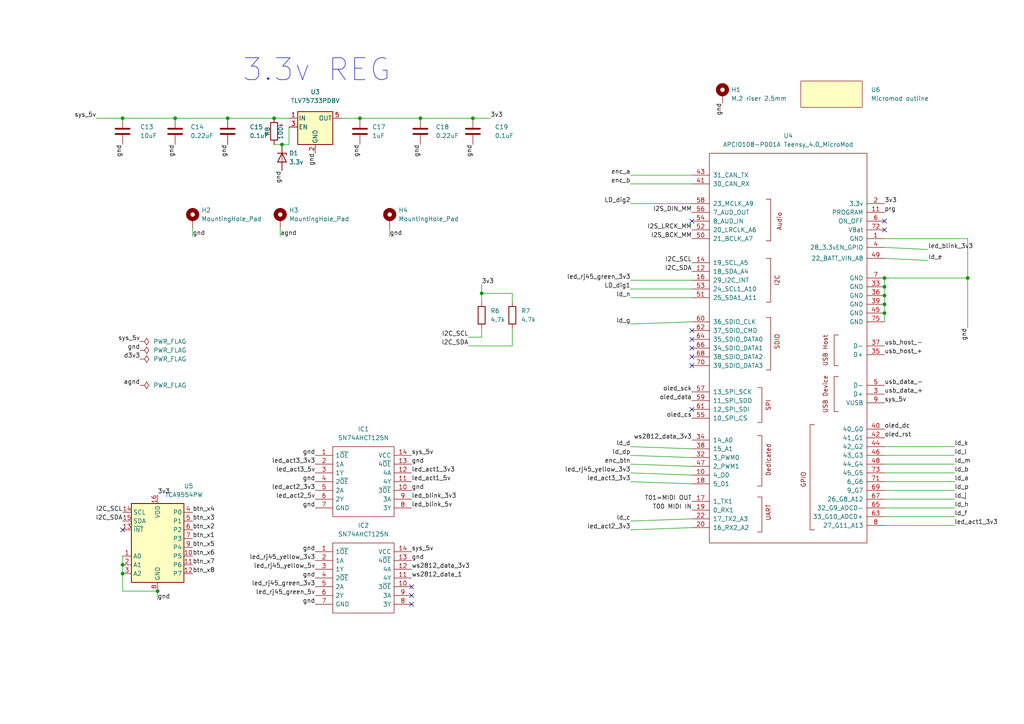
<source format=kicad_sch>
(kicad_sch (version 20211123) (generator eeschema)
  (paper "A4")
  (junction (at -33.02 82.55))
  (junction (at -76.2 153.67))
  (junction (at 81.788 41.91))
  (junction (at -21.59 90.17))
  (junction (at 104.394 34.29))
  (junction (at -30.48 25.4))
  (junction (at -30.48 57.15))
  (junction (at 79.502 34.29))
  (junction (at 139.7 85.09))
  (junction (at 121.92 34.29))
  (junction (at -100.33 25.4))
  (junction (at 35.56 34.29))
  (junction (at 256.54 88.265))
  (junction (at -48.26 25.4))
  (junction (at -86.36 74.93))
  (junction (at -21.59 82.55))
  (junction (at 50.8 34.29))
  (junction (at -93.98 25.4))
  (junction (at 256.54 85.725))
  (junction (at -33.02 74.93))
  (junction (at 35.56 166.37))
  (junction (at 256.54 90.805))
  (junction (at 280.67 80.645))
  (junction (at 137.16 34.29))
  (junction (at -69.85 161.29))
  (junction (at -109.22 156.21))
  (junction (at -109.22 163.83))
  (junction (at -86.36 69.85))
  (junction (at 256.54 83.185))
  (junction (at -36.83 54.61))
  (junction (at 45.72 171.45))
  (junction (at 35.56 163.83))
  (junction (at 66.04 34.29))
  (junction (at 256.54 80.645))
  (junction (at -25.4 25.4))
  (no_connect (at 256.54 64.135))
  (no_connect (at 256.54 66.675))
  (no_connect (at 200.66 64.135))
  (no_connect (at 119.38 170.18))
  (no_connect (at 200.66 106.045))
  (no_connect (at 200.66 103.505))
  (no_connect (at -81.28 156.21))
  (no_connect (at 200.66 100.965))
  (no_connect (at 119.38 172.72))
  (no_connect (at 200.66 95.885))
  (no_connect (at 200.66 118.745))
  (no_connect (at -77.47 62.23))
  (no_connect (at 119.38 175.26))
  (no_connect (at 200.66 98.425))
  (no_connect (at 35.56 153.67))
  (wire (pts (xy 121.92 34.29) (xy 104.394 34.29)))
  (wire (pts (xy -48.26 91.44) (xy -48.26 85.09)))
  (wire (pts (xy -48.26 25.4) (xy -48.26 27.94)))
  (wire (pts (xy 229.87 247.65) (xy 233.68 247.65)))
  (wire (pts (xy 182.88 59.055) (xy 200.66 59.055)))
  (wire (pts (xy -109.22 163.83) (xy -98.425 163.83)))
  (wire (pts (xy -30.48 57.15) (xy -30.48 59.69)))
  (wire (pts (xy 182.88 50.8) (xy 200.66 50.8)))
  (wire (pts (xy 229.87 234.95) (xy 233.68 234.95)))
  (wire (pts (xy -81.28 163.83) (xy -78.74 163.83)))
  (wire (pts (xy -33.02 90.17) (xy -21.59 90.17)))
  (wire (pts (xy 79.502 34.29) (xy 83.82 34.29)))
  (wire (pts (xy -81.28 161.29) (xy -69.85 161.29)))
  (wire (pts (xy 35.56 171.45) (xy 45.72 171.45)))
  (wire (pts (xy 276.86 144.78) (xy 256.54 144.78)))
  (wire (pts (xy 182.88 53.34) (xy 200.66 53.34)))
  (wire (pts (xy 229.87 242.57) (xy 233.68 242.57)))
  (wire (pts (xy 35.56 163.83) (xy 35.56 166.37)))
  (wire (pts (xy 81.28 68.58) (xy 81.28 66.04)))
  (wire (pts (xy -67.31 91.44) (xy -48.26 91.44)))
  (wire (pts (xy 256.54 85.725) (xy 256.54 88.265)))
  (wire (pts (xy 229.87 245.11) (xy 233.68 245.11)))
  (wire (pts (xy 182.88 137.16) (xy 200.66 137.795)))
  (wire (pts (xy 276.86 137.16) (xy 256.54 137.16)))
  (wire (pts (xy 113.03 68.58) (xy 113.03 66.04)))
  (wire (pts (xy -21.59 82.55) (xy -33.02 82.55)))
  (wire (pts (xy -109.22 156.21) (xy -96.52 156.21)))
  (wire (pts (xy 256.54 80.645) (xy 280.67 80.645)))
  (wire (pts (xy -52.07 69.85) (xy -48.26 69.85)))
  (wire (pts (xy 182.88 83.82) (xy 200.66 83.82)))
  (wire (pts (xy -36.83 54.61) (xy -36.83 59.69)))
  (wire (pts (xy -69.85 161.29) (xy -67.945 161.29)))
  (wire (pts (xy -98.425 163.83) (xy -98.425 161.29)))
  (wire (pts (xy -52.07 74.93) (xy -33.02 74.93)))
  (wire (pts (xy 276.86 152.4) (xy 256.54 152.4)))
  (wire (pts (xy -76.2 153.67) (xy -67.31 153.67)))
  (wire (pts (xy 50.8 34.29) (xy 66.04 34.29)))
  (wire (pts (xy -81.28 153.67) (xy -76.2 153.67)))
  (wire (pts (xy 294.64 232.41) (xy 317.5 232.41)))
  (wire (pts (xy 182.88 86.36) (xy 200.66 86.36)))
  (wire (pts (xy 302.26 247.65) (xy 294.64 247.65)))
  (wire (pts (xy -33.02 25.4) (xy -30.48 25.4)))
  (wire (pts (xy 104.394 34.29) (xy 99.06 34.29)))
  (wire (pts (xy 229.87 237.49) (xy 233.68 237.49)))
  (wire (pts (xy 137.16 34.29) (xy 121.92 34.29)))
  (wire (pts (xy 148.59 85.09) (xy 139.7 85.09)))
  (wire (pts (xy 182.88 129.54) (xy 200.66 130.175)))
  (wire (pts (xy 276.86 139.7) (xy 256.54 139.7)))
  (wire (pts (xy 148.59 100.33) (xy 148.59 95.25)))
  (wire (pts (xy -44.45 54.61) (xy -36.83 54.61)))
  (wire (pts (xy -36.83 54.61) (xy -36.83 52.07)))
  (wire (pts (xy -100.33 25.4) (xy -93.98 25.4)))
  (wire (pts (xy -83.82 54.61) (xy -77.47 54.61)))
  (wire (pts (xy -86.36 67.31) (xy -77.47 67.31)))
  (wire (pts (xy 276.86 132.08) (xy 256.54 132.08)))
  (wire (pts (xy 276.86 147.32) (xy 256.54 147.32)))
  (wire (pts (xy -86.36 74.93) (xy -77.47 74.93)))
  (wire (pts (xy -86.36 69.85) (xy -86.36 74.93)))
  (wire (pts (xy 276.86 129.54) (xy 256.54 129.54)))
  (wire (pts (xy 83.82 41.91) (xy 81.788 41.91)))
  (wire (pts (xy 148.59 87.63) (xy 148.59 85.09)))
  (wire (pts (xy 302.26 234.95) (xy 294.64 234.95)))
  (wire (pts (xy 45.72 173.99) (xy 45.72 171.45)))
  (wire (pts (xy -52.07 77.47) (xy -48.26 77.47)))
  (wire (pts (xy 135.89 97.79) (xy 139.7 97.79)))
  (wire (pts (xy 294.64 245.11) (xy 317.5 245.11)))
  (wire (pts (xy 276.86 142.24) (xy 256.54 142.24)))
  (wire (pts (xy 302.26 227.33) (xy 294.64 227.33)))
  (wire (pts (xy -120.65 163.83) (xy -109.22 163.83)))
  (wire (pts (xy 256.54 83.185) (xy 256.54 85.725)))
  (wire (pts (xy -30.48 57.15) (xy -25.4 57.15)))
  (wire (pts (xy 35.56 161.29) (xy 35.56 163.83)))
  (wire (pts (xy -98.425 161.29) (xy -96.52 161.29)))
  (wire (pts (xy 269.24 72.39) (xy 256.54 71.755)))
  (wire (pts (xy 256.54 90.805) (xy 256.54 93.345)))
  (wire (pts (xy -80.01 72.39) (xy -77.47 72.39)))
  (wire (pts (xy 302.26 229.87) (xy 294.64 229.87)))
  (wire (pts (xy 256.54 88.265) (xy 256.54 90.805)))
  (wire (pts (xy 302.26 237.49) (xy 294.64 237.49)))
  (wire (pts (xy -25.4 25.4) (xy -15.24 25.4)))
  (wire (pts (xy 276.86 134.62) (xy 256.54 134.62)))
  (wire (pts (xy -36.83 52.07) (xy -25.4 52.07)))
  (wire (pts (xy -86.36 69.85) (xy -77.47 69.85)))
  (wire (pts (xy 139.7 82.55) (xy 139.7 85.09)))
  (wire (pts (xy 182.88 81.28) (xy 200.66 81.28)))
  (wire (pts (xy 182.88 93.98) (xy 200.66 93.345)))
  (wire (pts (xy -113.03 156.21) (xy -109.22 156.21)))
  (wire (pts (xy 182.88 153.67) (xy 200.66 153.035)))
  (wire (pts (xy -39.37 82.55) (xy -33.02 82.55)))
  (wire (pts (xy -33.02 74.93) (xy -21.59 74.93)))
  (wire (pts (xy 135.89 100.33) (xy 148.59 100.33)))
  (wire (pts (xy 137.16 34.29) (xy 142.24 34.29)))
  (wire (pts (xy -67.31 82.55) (xy -67.31 91.44)))
  (wire (pts (xy -44.45 57.15) (xy -30.48 57.15)))
  (wire (pts (xy 302.26 242.57) (xy 294.64 242.57)))
  (wire (pts (xy -52.07 25.4) (xy -48.26 25.4)))
  (wire (pts (xy 229.87 240.03) (xy 233.68 240.03)))
  (wire (pts (xy 229.87 229.87) (xy 233.68 229.87)))
  (wire (pts (xy 256.54 80.645) (xy 256.54 83.185)))
  (wire (pts (xy 81.788 41.91) (xy 79.502 41.91)))
  (wire (pts (xy -83.82 59.69) (xy -77.47 59.69)))
  (wire (pts (xy -78.74 163.83) (xy -78.74 168.91)))
  (wire (pts (xy -10.16 90.17) (xy -21.59 90.17)))
  (wire (pts (xy 182.88 139.7) (xy 200.66 140.335)))
  (wire (pts (xy 229.87 227.33) (xy 233.68 227.33)))
  (wire (pts (xy 35.56 166.37) (xy 35.56 171.45)))
  (wire (pts (xy 256.54 69.215) (xy 280.67 69.215)))
  (wire (pts (xy 66.04 34.29) (xy 79.502 34.29)))
  (wire (pts (xy -83.82 57.15) (xy -77.47 57.15)))
  (wire (pts (xy -86.36 74.93) (xy -86.36 81.28)))
  (wire (pts (xy 280.67 80.645) (xy 280.67 95.123)))
  (wire (pts (xy 139.7 97.79) (xy 139.7 95.25)))
  (wire (pts (xy 182.88 132.08) (xy 200.66 132.715)))
  (wire (pts (xy 35.56 34.29) (xy 50.8 34.29)))
  (wire (pts (xy 139.7 85.09) (xy 139.7 87.63)))
  (wire (pts (xy 55.88 68.58) (xy 55.88 66.04)))
  (wire (pts (xy -104.14 25.4) (xy -100.33 25.4)))
  (wire (pts (xy 280.67 69.215) (xy 280.67 80.645)))
  (wire (pts (xy 27.94 34.29) (xy 35.56 34.29)))
  (wire (pts (xy -30.48 25.4) (xy -25.4 25.4)))
  (wire (pts (xy 83.82 36.83) (xy 83.82 41.91)))
  (wire (pts (xy 302.26 240.03) (xy 294.64 240.03)))
  (wire (pts (xy 269.24 75.565) (xy 256.54 74.93)))
  (wire (pts (xy 182.88 134.62) (xy 200.66 135.255)))
  (wire (pts (xy 182.88 151.13) (xy 200.66 150.495)))
  (wire (pts (xy -52.07 62.23) (xy -48.26 62.23)))
  (wire (pts (xy -86.36 67.31) (xy -86.36 69.85)))
  (wire (pts (xy 276.86 149.86) (xy 256.54 149.86)))
  (text "power nets:\n- gnd\n- 3v3\n- sys_5v\n- usb_5v\n\n- agnd\n- a3v3" (at -59.69 262.89 0) (effects (font (size 4 4)) (justify left bottom)))
  (text "led+midi" (at 82.55 233.68 0) (effects (font (size 5 5)) (justify left bottom)))
  (text "MAIN TOP\n\nadd test points\ndouble-check" (at -2.54 -10.16 0) (effects (font (size 5 5) (thickness 1) bold) (justify left bottom)))
  (text "oled" (at 6.35 233.68 0) (effects (font (size 5 5)) (justify left bottom)))
  (text "pwr+usb" (at 38.1 233.68 0) (effects (font (size 5 5)) (justify left bottom)))
  (text "ws2812b flow:\n\nteensy3v3 > 125n >_1-> onboard leds >_2>tobottom" (at 62.23 280.67 0) (effects (font (size 1.27 1.27)) (justify left bottom)))
  (text "MIDI IN" (at -111.76 146.05 0) (effects (font (size 5.08 5.08)) (justify left bottom)))
  (text "audio" (at 173.99 229.87 0) (effects (font (size 5 5)) (justify left bottom)))
  (text "to bottom" (at 71.12 219.71 0) (effects (font (size 5 5)) (justify left bottom)))
  (text "MIDI OUT" (at -41.91 153.035 0) (effects (font (size 5.08 5.08)) (justify left bottom)))
  (text "3.3v REG" (at 70.104 24.13 0) (effects (font (size 6.35 6.35)) (justify left bottom)))
  (text "DAC - PCM5102A" (at -109.22 12.7 0) (effects (font (size 6.35 6.35)) (justify left bottom)))
  (text "GND DIN pin is NC" (at -127 171.45 0) (effects (font (size 2 2)) (justify left bottom)))
  (text "buttons" (at 128.27 224.79 0) (effects (font (size 5 5)) (justify left bottom)))
  (label "led_rj45_green_5v" (at 91.44 172.72 180))
  (label "I2S_LRCK_MM" (at -91.44 54.61 180))
  (label "ld_c" (at 182.88 151.13 180))
  (label "led_rj45_yellow_3v3" (at 91.44 162.56 180))
  (label "3v3" (at 256.54 59.055 0))
  (label "ld_f" (at 309.88 227.33 0))
  (label "gnd" (at 11.43 237.49 180))
  (label "ld_g" (at 309.88 229.87 0))
  (label "oled_rst" (at 256.54 127 0))
  (label "enc_btn" (at 138.43 251.46 180))
  (label "gnd" (at 40.64 101.6 180))
  (label "gnd" (at 119.38 142.24 0))
  (label "I2C_SCL" (at 200.66 76.2 180))
  (label "gnd" (at 81.788 49.53 270))
  (label "ld_d" (at 222.25 242.57 180))
  (label "gnd" (at 91.44 132.08 180))
  (label "agnd" (at 176.53 233.68 180))
  (label "midi_out_ring" (at 92.71 262.89 180))
  (label "btn_x1" (at 55.88 156.21 0))
  (label "sys_5v" (at 54.61 241.3 180))
  (label "btn_x3" (at 138.43 236.22 180))
  (label "led_rj45_green_3v3" (at 182.88 81.28 180))
  (label "ld_l" (at 276.86 132.08 0))
  (label "gnd" (at 280.67 95.123 270))
  (label "led_act3_3v3" (at 182.88 139.7 180))
  (label "usb_host_+" (at 54.61 254 180))
  (label "led_act1_3v3" (at 276.8263 152.4 0))
  (label "btn_x7" (at 138.43 246.38 180))
  (label "I2C_SDA" (at 135.89 100.33 180))
  (label "gnd" (at -100.33 33.02 270))
  (label "ld_b" (at 309.88 247.65 0))
  (label "sys_5v" (at 119.38 132.08 0))
  (label "gnd" (at -86.36 81.28 270))
  (label "3v3" (at 139.7 82.55 0))
  (label "gnd" (at 91.44 44.45 270))
  (label "btn_x6" (at 55.88 161.29 0))
  (label "led_act1_3v3" (at 119.38 137.16 0))
  (label "ld_k" (at 276.86 129.54 0))
  (label "3v3" (at 11.43 240.03 180))
  (label "d3v3" (at 40.64 104.14 180))
  (label "ld_dp" (at 222.25 245.11 180))
  (label "btn_x5" (at 138.43 241.3 180))
  (label "led_act3_3v3" (at 91.44 134.62 180))
  (label "agnd" (at 81.28 68.58 0))
  (label "led_blink_5v" (at 119.38 147.32 0))
  (label "ld_d" (at 182.88 129.54 180))
  (label "midi_out_tip" (at -33.02 166.37 180))
  (label "ld_j" (at 309.88 237.49 0))
  (label "usb_data_+" (at 256.54 114.3 0))
  (label "usb_host_-" (at 54.61 256.54 180))
  (label "gnd" (at 209.55 29.845 270))
  (label "T01=MIDI OUT" (at 200.66 145.415 180))
  (label "T01=MIDI OUT" (at -25.4 166.37 0))
  (label "gnd" (at 91.44 175.26 180))
  (label "aleft" (at 176.53 236.22 180))
  (label "ld_a" (at 309.88 242.57 0))
  (label "d3v3" (at -52.07 25.4 180))
  (label "led_blink_3v3" (at 269.24 72.39 0))
  (label "prg" (at 54.61 238.76 180))
  (label "ld_b" (at 276.86 137.16 0))
  (label "ld_f" (at 276.86 149.86 0))
  (label "led_act3_5v" (at 92.71 247.65 180))
  (label "midi_in_tip" (at 92.71 260.35 180))
  (label "I2S_LRCK_MM" (at 200.66 66.675 180))
  (label "oled_data" (at 11.43 245.11 180))
  (label "gnd" (at 119.38 134.62 0))
  (label "d3v3" (at -64.77 49.53 90))
  (label "btn_x4" (at 138.43 238.76 180))
  (label "ld_p" (at 276.86 142.24 0))
  (label "d3v3" (at -10.16 90.17 0))
  (label "3v3" (at -104.14 25.4 180))
  (label "prg" (at 256.54 61.595 0))
  (label "3v3" (at -69.85 168.91 270))
  (label "ld_g" (at 182.88 93.98 180))
  (label "agnd" (at -25.4 33.02 270))
  (label "gnd" (at 104.394 41.91 270))
  (label "ld_n" (at 222.25 229.87 180))
  (label "led_blink_3v3" (at 119.38 144.78 0))
  (label "I2S_BCK_MM" (at -91.44 59.69 180))
  (label "btn_x1" (at 138.43 231.14 180))
  (label "a3v3" (at -67.31 49.53 90))
  (label "ld_dp" (at 182.88 132.08 180))
  (label "oled_dc" (at 11.43 250.19 180))
  (label "gnd" (at 92.71 237.49 180))
  (label "enc_btn" (at 182.88 134.62 180))
  (label "sys_5v" (at 256.54 116.84 0))
  (label "agnd" (at -62.23 82.55 270))
  (label "btn_x2" (at 55.88 153.67 0))
  (label "I2C_SDA" (at 200.66 78.74 180))
  (label "ld_m" (at 222.25 234.95 180))
  (label "ws2812_data_3v3" (at 119.38 165.1 0))
  (label "led_act1_5v" (at 119.38 139.7 0))
  (label "btn_x6" (at 138.43 243.84 180))
  (label "ws2812_data_1" (at 92.71 255.27 180))
  (label "gnd" (at 91.44 147.32 180))
  (label "midi_out_ring" (at -33.02 161.29 180))
  (label "d3v3" (at -88.9 25.4 0))
  (label "ld_j" (at 276.86 144.78 0))
  (label "sys_5v" (at 40.64 99.06 180))
  (label "I2S_DIN_MM" (at -91.44 57.15 180))
  (label "a3v3" (at -15.24 25.4 0))
  (label "gnd" (at -93.98 33.02 270))
  (label "3v3" (at -25.4 161.29 0))
  (label "gnd" (at 137.16 41.91 270))
  (label "3v3" (at 45.72 143.51 0))
  (label "I2C_SCL" (at 135.89 97.79 180))
  (label "led_act2_3v3" (at 182.88 153.67 180))
  (label "gnd" (at 35.56 41.91 270))
  (label "gnd" (at 113.03 68.58 0))
  (label "sys_5v" (at 27.94 34.29 180))
  (label "ld_a" (at 276.86 139.7 0))
  (label "ws2812_data_1" (at 119.38 167.64 0))
  (label "ld_m" (at 276.86 134.62 0))
  (label "btn_x8" (at 55.88 166.37 0))
  (label "agnd" (at -36.83 67.31 270))
  (label "midi_in_ring" (at -120.65 156.21 180))
  (label "LD_dig2" (at 182.88 59.055 180))
  (label "agnd" (at 40.64 111.76 180))
  (label "btn_x5" (at 55.88 158.75 0))
  (label "btn_x2" (at 138.43 233.68 180))
  (label "gnd" (at 138.43 228.6 180))
  (label "usb_5v" (at 54.61 251.46 180))
  (label "oled_sck" (at 200.66 113.665 180))
  (label "usb_data_-" (at 54.61 248.92 180))
  (label "agnd" (at -30.48 67.31 270))
  (label "gnd" (at -39.37 82.55 180))
  (label "sys_5v" (at 119.38 160.02 0))
  (label "ld_h" (at 309.88 234.95 0))
  (label "aleft" (at -25.4 52.07 0))
  (label "aright" (at -25.4 57.15 0))
  (label "midi_in_tip" (at -120.65 163.83 180))
  (label "oled_rst" (at 11.43 247.65 180))
  (label "led_rj45_yellow_5v" (at 91.44 165.1 180))
  (label "btn_x8" (at 138.43 248.92 180))
  (label "led_rj45_yellow_3v3" (at 182.88 137.16 180))
  (label "gnd" (at -76.2 158.75 270))
  (label "oled_data" (at 200.66 116.205 180))
  (label "T00 MIDI IN" (at -67.945 161.29 0))
  (label "enc_b" (at 182.88 53.34 180))
  (label "oled_cs" (at 200.66 121.285 180))
  (label "led_act2_5v" (at 91.44 144.78 180))
  (label "ld_h" (at 276.86 147.32 0))
  (label "usb_host_-" (at 256.54 100.33 0))
  (label "led_rj45_yellow_5v" (at 92.71 250.19 180))
  (label "usb_data_-" (at 256.54 111.76 0))
  (label "LD_dig2" (at 325.12 245.11 0))
  (label "gnd" (at 66.04 41.91 270))
  (label "enc_b" (at 138.43 256.54 180))
  (label "led_blink_5v" (at 92.71 240.03 180))
  (label "usb_data_+" (at 54.61 246.38 180))
  (label "gnd" (at 54.61 236.22 180))
  (label "I2S_BCK_MM" (at 200.66 69.215 180))
  (label "gnd" (at -64.77 82.55 270))
  (label "3v3" (at 142.24 34.29 0))
  (label "midi_out_tip" (at 92.71 265.43 180))
  (label "3v3" (at 54.61 243.84 180))
  (label "ws2812_data_3v3" (at 200.66 127.635 180))
  (label "LD_dig1" (at 182.88 83.82 180))
  (label "oled_cs" (at 11.43 252.73 180))
  (label "gnd" (at 91.44 160.02 180))
  (label "btn_x7" (at 55.88 163.83 0))
  (label "led_rj45_green_3v3" (at 91.44 170.18 180))
  (label "gnd" (at 121.92 41.91 270))
  (label "led_act1_5v" (at 92.71 242.57 180))
  (label "enc_a" (at 138.43 254 180))
  (label "I2C_SCL" (at 35.56 148.59 180))
  (label "T00 MIDI IN" (at 200.66 147.955 180))
  (label "led_rj45_green_5v" (at 92.71 252.73 180))
  (label "led_act2_3v3" (at 91.44 142.24 180))
  (label "ld_k" (at 222.25 240.03 180))
  (label "led_act3_5v" (at 91.44 137.16 180))
  (label "enc_a" (at 182.88 50.8 180))
  (label "LD_dig1" (at 325.12 232.41 0))
  (label "gnd" (at -78.74 168.91 270))
  (label "midi_in_ring" (at 92.71 257.81 180))
  (label "I2S_DIN_MM" (at 200.66 61.595 180))
  (label "gnd" (at 55.88 68.58 0))
  (label "btn_x3" (at 55.88 151.13 0))
  (label "aright" (at 176.53 238.76 180))
  (label "sys_5v" (at -67.31 153.67 0))
  (label "ld_n" (at 182.88 86.36 180))
  (label "oled_sck" (at 11.43 242.57 180))
  (label "d3v3" (at -80.01 72.39 180))
  (label "ld_p" (at 309.88 240.03 0))
  (label "usb_host_+" (at 256.54 102.87 0))
  (label "ld_e" (at 269.24 75.565 0))
  (label "gnd" (at 50.8 41.91 270))
  (label "led_act2_5v" (at 92.71 245.11 180))
  (label "btn_x4" (at 55.88 148.59 0))
  (label "agnd" (at -30.48 33.02 270))
  (label "ld_l" (at 222.25 237.49 180))
  (label "oled_dc" (at 256.54 124.46 0))
  (label "gnd" (at 45.72 173.99 0))
  (label "gnd" (at 91.44 167.64 180))
  (label "gnd" (at 119.38 162.56 0))
  (label "gnd" (at 91.44 139.7 180))
  (label "I2C_SDA" (at 35.56 151.13 180))
  (label "a3v3" (at -62.23 49.53 90))
  (label "ld_c" (at 222.25 247.65 180))
  (label "ld_e" (at 222.25 227.33 180))
  (label "gnd" (at -40.64 35.56 270))
  (symbol (lib_id "Device:R") (at 226.06 229.87 90) (unit 1)
    (property "Reference" "R49" (at 231.14 228.6 90))
    (property "Value" "220" (at 226.06 229.87 90))
    (property "Footprint" "Resistor_SMD:R_0805_2012Metric" (effects hide))
  )
  (symbol (lib_id "Teensy_4.0_MicroMod:Teensy_4.0_MicroMod") (at 228.6 81.915 0) (unit 1)
    (property "Reference" "U4" (at 228.6 39.37 0))
    (property "Value" "APCI0108-P001A Teensy_4.0_MicroMod" (at 228.6 41.91 0))
    (property "Footprint" "clarinoid2:APCI0108-P001A M.2 MicroMod 21992304" (effects hide))
    (property "LCSC part number" "C841659" (effects hide))
    (property "verif" "1" (effects hide))
    (property "LCSC" "C841659" (effects hide))
  )
  (symbol (lib_id "Device:C") (at 35.56 38.1 0) (unit 1)
    (property "Reference" "C13" (at 40.64 36.8299 0) (effects (justify left)))
    (property "Value" "10uF" (at 40.64 39.3699 0) (effects (justify left)))
    (property "Footprint" "Capacitor_SMD:C_0805_2012Metric" (effects hide))
    (property "LCSC part number" "C15850" (effects hide))
    (property "verif" "1" (effects hide))
    (property "LCSC" "C15850" (effects hide))
  )
  (symbol (lib_id "Device:R") (at -29.21 166.37 90) (unit 1)
    (property "Reference" "R13" (at -29.21 160.655 90))
    (property "Value" "47R" (at -29.21 163.195 90))
    (property "Footprint" "Resistor_SMD:R_1206_3216Metric" (effects hide))
    (property "LCSC part number" "C17969" (effects hide))
    (property "verif" "1" (effects hide))
    (property "LCSC" "C17969" (effects hide))
  )
  (symbol (lib_id "Device:C") (at 121.92 38.1 0) (unit 1)
    (property "Reference" "C18" (at 126.365 36.8299 0) (effects (justify left)))
    (property "Value" "0.22uF" (at 126.365 39.3699 0) (effects (justify left)))
    (property "Footprint" "Capacitor_SMD:C_0805_2012Metric" (effects hide))
    (property "LCSC part number" "C5378" (effects hide))
    (property "verif" "1" (effects hide))
    (property "LCSC" "C5378" (effects hide))
  )
  (symbol (lib_id "Device:R") (at 306.07 234.95 90) (unit 1)
    (property "Reference" "R59" (at 300.99 233.68 90))
    (property "Value" "220" (at 306.07 234.95 90))
    (property "Footprint" "Resistor_SMD:R_0805_2012Metric" (effects hide))
  )
  (symbol (lib_id "Device:R") (at 226.06 242.57 90) (unit 1)
    (property "Reference" "R53" (at 231.14 241.3 90))
    (property "Value" "220" (at 226.06 242.57 90))
    (property "Footprint" "Resistor_SMD:R_0805_2012Metric" (effects hide))
  )
  (symbol (lib_id "Device:R") (at -48.26 54.61 90) (unit 1)
    (property "Reference" "R4" (at -44.45 53.34 90))
    (property "Value" "470R" (at -48.26 54.61 90))
    (property "Footprint" "Resistor_SMD:R_1206_3216Metric" (effects hide))
    (property "LCSC part number" "C4502" (effects hide))
    (property "verif" "1" (effects hide))
    (property "LCSC" "C4502" (effects hide))
  )
  (symbol (lib_id "Device:C") (at -25.4 29.21 0) (unit 1)
    (property "Reference" "C12" (at -22.86 34.29 0) (effects (justify left)))
    (property "Value" "0.1uF" (at -20.32 30.4799 0) (effects (justify left)))
    (property "Footprint" "Capacitor_SMD:C_0805_2012Metric" (effects hide))
    (property "LCSC part number" "C49678" (effects hide))
    (property "verif" "1" (effects hide))
    (property "LCSC" "C49678" (effects hide))
  )
  (symbol (lib_id "Device:R") (at 306.07 240.03 90) (unit 1)
    (property "Reference" "R61" (at 300.99 238.76 90))
    (property "Value" "220" (at 306.07 240.03 90))
    (property "Footprint" "Resistor_SMD:R_0805_2012Metric" (effects hide))
  )
  (symbol (lib_id "Device:R") (at 306.07 227.33 270) (mirror x) (unit 1)
    (property "Reference" "R47" (at 311.15 226.06 90))
    (property "Value" "220" (at 306.07 227.33 90))
    (property "Footprint" "Resistor_SMD:R_0805_2012Metric" (effects hide))
  )
  (symbol (lib_id "Mechanical:MountingHole_Pad") (at 209.55 27.305 0) (unit 1)
    (property "Reference" "H1" (at 212.09 26.0349 0) (effects (justify left)))
    (property "Value" "M.2 riser 2.5mm" (at 212.09 28.5749 0) (effects (justify left)))
    (property "Footprint" "clarinoid2:Sinhoo SMTSO2530CTJ" (effects hide))
    (property "LCSC part number" "C2915630" (effects hide))
    (property "verif" "1" (effects hide))
    (property "LCSC" "C2915630" (effects hide))
  )
  (symbol (lib_id "Device:C") (at 66.04 38.1 0) (unit 1)
    (property "Reference" "C15" (at 72.39 36.8299 0) (effects (justify left)))
    (property "Value" "0.1uF" (at 72.39 39.3699 0) (effects (justify left)))
    (property "Footprint" "Capacitor_SMD:C_0805_2012Metric" (effects hide))
    (property "LCSC part number" "C49678" (effects hide))
    (property "verif" "1" (effects hide))
    (property "LCSC" "C49678" (effects hide))
  )
  (symbol (lib_id "Device:R") (at 148.59 91.44 180) (unit 1)
    (property "Reference" "R7" (at 151.13 90.1699 0) (effects (justify right)))
    (property "Value" "4.7k" (at 151.13 92.7099 0) (effects (justify right)))
    (property "Footprint" "Resistor_SMD:R_1206_3216Metric" (effects hide))
    (property "LCSC part number" "C17936" (effects hide))
    (property "verif" "1" (effects hide))
    (property "LCSC" "C17936" (effects hide))
  )
  (symbol (lib_id "Connector_Generic:Conn_01x12") (at 143.51 241.3 0) (unit 1)
    (property "Reference" "J4" (at 146.05 241.2999 0) (effects (justify left)))
    (property "Value" "Conn_01x12" (at 146.05 243.8399 0) (effects (justify left)))
    (property "Footprint" "Connector_PinHeader_2.54mm:PinHeader_1x12_P2.54mm_Vertical" (effects hide))
  )
  (symbol (lib_id "Device:C") (at -36.83 63.5 0) (unit 1)
    (property "Reference" "C5" (at -31.75 62.2299 0) (effects (justify left)))
    (property "Value" "2.2uF" (at -31.75 64.7699 0) (effects (justify left)))
    (property "Footprint" "Capacitor_SMD:C_0805_2012Metric" (effects hide))
    (property "LCSC part number" "C49217" (effects hide))
    (property "verif" "1" (effects hide))
    (property "LCSC" "C49217" (effects hide))
  )
  (symbol (lib_id "Connector_Generic:Conn_01x09") (at 59.69 246.38 0) (unit 1)
    (property "Reference" "J2" (at 62.23 245.1099 0) (effects (justify left)))
    (property "Value" "Conn_01x09" (at 62.23 247.6499 0) (effects (justify left)))
    (property "Footprint" "Connector_PinHeader_2.54mm:PinHeader_1x09_P2.54mm_Vertical" (effects hide))
  )
  (symbol (lib_id "Isolator:6N138") (at -88.9 158.75 0) (unit 1)
    (property "Reference" "U7" (at -88.9 146.685 0))
    (property "Value" "6N138" (at -88.9 149.225 0))
    (property "Footprint" "Package_DIP:DIP-8_W7.62mm" (effects hide))
    (property "Datasheet" "http://www.onsemi.com/pub/Collateral/HCPL2731-D.pdf" (effects hide))
    (property "LCSC part number" "C571211" (effects hide))
    (property "verif" "1" (effects hide))
    (property "LCSC" "C571211" (effects hide))
  )
  (symbol (lib_id "Device:C") (at -21.59 78.74 0) (unit 1)
    (property "Reference" "C9" (at -16.51 77.4699 0) (effects (justify left)))
    (property "Value" "0.1uF" (at -16.51 80.0099 0) (effects (justify left)))
    (property "Footprint" "Capacitor_SMD:C_0805_2012Metric" (effects hide))
    (property "LCSC part number" "C49678" (effects hide))
    (property "verif" "1" (effects hide))
    (property "LCSC" "C49678" (effects hide))
  )
  (symbol (lib_id "Interface_Expansion:TCA9554PW") (at 45.72 156.21 0) (unit 1)
    (property "Reference" "U5" (at 53.34 140.97 0) (effects (justify left)))
    (property "Value" "TCA9554PW" (at 47.7394 143.51 0) (effects (justify left)))
    (property "Footprint" "Package_SO:TSSOP-16_4.4x5mm_P0.65mm" (effects hide))
    (property "Datasheet" "http://www.ti.com/lit/ds/symlink/tca9554.pdf" (effects hide))
  )
  (symbol (lib_id "Device:R") (at 226.06 237.49 90) (unit 1)
    (property "Reference" "R51" (at 231.14 236.22 90))
    (property "Value" "220" (at 226.06 237.49 90))
    (property "Footprint" "Resistor_SMD:R_0805_2012Metric" (effects hide))
  )
  (symbol (lib_id "Device:R") (at 306.07 242.57 90) (unit 1)
    (property "Reference" "R62" (at 300.99 241.3 90))
    (property "Value" "220" (at 306.07 242.57 90))
    (property "Footprint" "Resistor_SMD:R_0805_2012Metric" (effects hide))
  )
  (symbol (lib_id "Device:C") (at -100.33 29.21 0) (unit 1)
    (property "Reference" "C1" (at -95.885 27.9399 0) (effects (justify left)))
    (property "Value" "10uF" (at -95.885 30.4799 0) (effects (justify left)))
    (property "Footprint" "Capacitor_SMD:C_0805_2012Metric" (effects hide))
    (property "LCSC part number" "C15850" (effects hide))
    (property "verif" "1" (effects hide))
    (property "LCSC" "C15850" (effects hide))
  )
  (symbol (lib_id "Device:C") (at -48.26 81.28 0) (unit 1)
    (property "Reference" "C4" (at -48.26 83.82 0) (effects (justify left)))
    (property "Value" "2.2uF" (at -48.26 86.36 0) (effects (justify left)))
    (property "Footprint" "Capacitor_SMD:C_0805_2012Metric" (effects hide))
    (property "LCSC part number" "C49217" (effects hide))
    (property "verif" "1" (effects hide))
    (property "LCSC" "C49217" (effects hide))
  )
  (symbol (lib_id "Device:R") (at 79.502 38.1 180) (unit 1)
    (property "Reference" "R8" (at 77.597 38.1 90))
    (property "Value" "100k" (at 81.407 38.1 90))
    (property "Footprint" "Resistor_SMD:R_1206_3216Metric" (effects hide))
    (property "LCSC part number" "C17900" (effects hide))
    (property "verif" "1" (effects hide))
    (property "LCSC" "C17900" (effects hide))
  )
  (symbol (lib_id "Device:R") (at 226.06 234.95 90) (unit 1)
    (property "Reference" "R50" (at 231.14 233.68 90))
    (property "Value" "220" (at 226.06 234.95 90))
    (property "Footprint" "Resistor_SMD:R_0805_2012Metric" (effects hide))
  )
  (symbol (lib_id "Device:C") (at -33.02 78.74 0) (unit 1)
    (property "Reference" "C6" (at -28.575 77.4699 0) (effects (justify left)))
    (property "Value" "10uF" (at -28.575 80.0099 0) (effects (justify left)))
    (property "Footprint" "Capacitor_SMD:C_0805_2012Metric" (effects hide))
    (property "LCSC part number" "C15850" (effects hide))
    (property "verif" "1" (effects hide))
    (property "LCSC" "C15850" (effects hide))
  )
  (symbol (lib_id "Device:C") (at 104.394 38.1 0) (unit 1)
    (property "Reference" "C17" (at 107.95 36.8299 0) (effects (justify left)))
    (property "Value" "1uF" (at 107.95 39.3699 0) (effects (justify left)))
    (property "Footprint" "Capacitor_SMD:C_0805_2012Metric" (effects hide))
    (property "LCSC part number" "C28323" (effects hide))
    (property "verif" "1" (effects hide))
    (property "LCSC" "C28323" (effects hide))
  )
  (symbol (lib_id "Device:C") (at -33.02 86.36 0) (unit 1)
    (property "Reference" "C7" (at -28.575 85.0899 0) (effects (justify left)))
    (property "Value" "10uF" (at -28.575 87.6299 0) (effects (justify left)))
    (property "Footprint" "Capacitor_SMD:C_0805_2012Metric" (effects hide))
    (property "LCSC part number" "C15850" (effects hide))
    (property "verif" "1" (effects hide))
    (property "LCSC" "C15850" (effects hide))
  )
  (symbol (lib_id "Device:R") (at -69.85 165.1 180) (unit 1)
    (property "Reference" "R11" (at -68.58 164.465 0) (effects (justify right)))
    (property "Value" "470R" (at -69.85 167.005 90) (effects (justify right)))
    (property "Footprint" "Resistor_SMD:R_1206_3216Metric" (effects hide))
    (property "LCSC part number" "C4502" (effects hide))
    (property "verif" "1" (effects hide))
    (property "LCSC" "C4502" (effects hide))
  )
  (symbol (lib_id "Device:R") (at 226.06 247.65 90) (unit 1)
    (property "Reference" "R57" (at 231.14 246.38 90))
    (property "Value" "220" (at 226.06 247.65 90))
    (property "Footprint" "Resistor_SMD:R_0805_2012Metric" (effects hide))
  )
  (symbol (lib_id "power:PWR_FLAG") (at 40.64 111.76 270) (unit 1)
    (property "Reference" "#FLG0109" (effects hide))
    (property "Value" "PWR_FLAG" (at 44.45 111.7599 90) (effects (justify left)))
  )
  (symbol (lib_id "Device:R") (at 226.06 240.03 90) (unit 1)
    (property "Reference" "R52" (at 231.14 238.76 90))
    (property "Value" "220" (at 226.06 240.03 90))
    (property "Footprint" "Resistor_SMD:R_0805_2012Metric" (effects hide))
  )
  (symbol (lib_id "Device:D_Zener") (at 81.788 45.72 270) (unit 1)
    (property "Reference" "D1" (at 83.82 44.4499 90) (effects (justify left)))
    (property "Value" "3.3v" (at 83.82 46.9899 90) (effects (justify left)))
    (property "Footprint" "Diode_SMD:D_MiniMELF" (effects hide))
    (property "LCSC part number" "C393436" (effects hide))
    (property "verif" "1" (effects hide))
    (property "LCSC" "C393436" (effects hide))
  )
  (symbol (lib_id "Connector_Generic:Conn_01x07") (at 16.51 245.11 0) (unit 1)
    (property "Reference" "J1" (at 19.05 243.8399 0) (effects (justify left)))
    (property "Value" "Conn_01x07" (at 19.05 246.3799 0) (effects (justify left)))
    (property "Footprint" "Connector_PinHeader_2.54mm:PinHeader_1x07_P2.54mm_Vertical" (effects hide))
  )
  (symbol (lib_id "Device:R") (at 226.06 227.33 90) (unit 1)
    (property "Reference" "R48" (at 231.14 226.06 90))
    (property "Value" "220" (at 226.06 227.33 90))
    (property "Footprint" "Resistor_SMD:R_0805_2012Metric" (effects hide))
  )
  (symbol (lib_id "Device:R") (at -116.84 156.21 90) (unit 1)
    (property "Reference" "R10" (at -116.84 150.495 90))
    (property "Value" "220R" (at -116.84 153.035 90))
    (property "Footprint" "Resistor_SMD:R_1206_3216Metric" (effects hide))
    (property "LCSC part number" "C17957" (effects hide))
    (property "verif" "1" (effects hide))
    (property "LCSC" "C17957" (effects hide))
  )
  (symbol (lib_id "power:PWR_FLAG") (at 40.64 101.6 270) (unit 1)
    (property "Reference" "#FLG0101" (effects hide))
    (property "Value" "PWR_FLAG" (at 44.45 101.5999 90) (effects (justify left)))
  )
  (symbol (lib_id "Device:C") (at 50.8 38.1 0) (unit 1)
    (property "Reference" "C14" (at 55.245 36.8299 0) (effects (justify left)))
    (property "Value" "0.22uF" (at 55.245 39.3699 0) (effects (justify left)))
    (property "Footprint" "Capacitor_SMD:C_0805_2012Metric" (effects hide))
    (property "LCSC part number" "C5378" (effects hide))
    (property "verif" "1" (effects hide))
    (property "LCSC" "C5378" (effects hide))
  )
  (symbol (lib_id "Device:C") (at -93.98 29.21 0) (unit 1)
    (property "Reference" "C2" (at -88.9 27.9399 0) (effects (justify left)))
    (property "Value" "0.1uF" (at -88.9 30.4799 0) (effects (justify left)))
    (property "Footprint" "Capacitor_SMD:C_0805_2012Metric" (effects hide))
    (property "LCSC part number" "C49678" (effects hide))
    (property "verif" "1" (effects hide))
    (property "LCSC" "C49678" (effects hide))
  )
  (symbol (lib_id "Device:R") (at -87.63 59.69 90) (unit 1)
    (property "Reference" "R3" (at -82.55 58.42 90))
    (property "Value" "22R" (at -87.63 59.69 90))
    (property "Footprint" "Resistor_SMD:R_1206_3216Metric" (effects hide))
    (property "LCSC part number" "C17958" (effects hide))
    (property "verif" "1" (effects hide))
    (property "LCSC" "C17958" (effects hide))
  )
  (symbol (lib_id "power:PWR_FLAG") (at 40.64 99.06 270) (unit 1)
    (property "Reference" "#FLG01" (effects hide))
    (property "Value" "PWR_FLAG" (at 44.45 99.0599 90) (effects (justify left)))
  )
  (symbol (lib_id "Device:R") (at 306.07 247.65 90) (unit 1)
    (property "Reference" "R63" (at 300.99 246.38 90))
    (property "Value" "220" (at 306.07 247.65 90))
    (property "Footprint" "Resistor_SMD:R_0805_2012Metric" (effects hide))
  )
  (symbol (lib_id "Device:C") (at -48.26 66.04 0) (unit 1)
    (property "Reference" "C3" (at -43.18 64.7699 0) (effects (justify left)))
    (property "Value" "2.2uF" (at -43.18 67.3099 0) (effects (justify left)))
    (property "Footprint" "Capacitor_SMD:C_0805_2012Metric" (effects hide))
    (property "LCSC part number" "C49217" (effects hide))
    (property "verif" "1" (effects hide))
    (property "LCSC" "C49217" (effects hide))
  )
  (symbol (lib_id "Device:R") (at 226.06 245.11 90) (unit 1)
    (property "Reference" "R54" (at 231.14 243.84 90))
    (property "Value" "220" (at 226.06 245.11 90))
    (property "Footprint" "Resistor_SMD:R_0805_2012Metric" (effects hide))
  )
  (symbol (lib_id "Device:R") (at 306.07 237.49 90) (unit 1)
    (property "Reference" "R60" (at 300.99 236.22 90))
    (property "Value" "220" (at 306.07 237.49 90))
    (property "Footprint" "Resistor_SMD:R_0805_2012Metric" (effects hide))
  )
  (symbol (lib_id "Device:R") (at -87.63 57.15 90) (unit 1)
    (property "Reference" "R2" (at -82.55 55.88 90))
    (property "Value" "22R" (at -87.63 57.15 90))
    (property "Footprint" "Resistor_SMD:R_1206_3216Metric" (effects hide))
    (property "LCSC part number" "C17958" (effects hide))
    (property "verif" "1" (effects hide))
    (property "LCSC" "C17958" (effects hide))
  )
  (symbol (lib_id "Device:NetTie_2") (at -91.44 25.4 0) (unit 1) (in_bom no)
    (property "Reference" "NT1" (at -91.44 20.955 0))
    (property "Value" "NetTie_2" (at -91.44 22.225 0))
    (property "Footprint" "NetTie:NetTie-2_SMD_Pad0.5mm" (effects hide))
    (property "verif" "1" (effects hide))
  )
  (symbol (lib_id "Connector_Generic:Conn_01x03") (at 181.61 236.22 0) (unit 1)
    (property "Reference" "J5" (at 184.15 234.9499 0) (effects (justify left)))
    (property "Value" "Conn_01x03" (at 184.15 237.4899 0) (effects (justify left)))
    (property "Footprint" "Connector_PinHeader_2.54mm:PinHeader_1x03_P2.54mm_Vertical" (effects hide))
  )
  (symbol (lib_id "Device:C_Small") (at -76.2 156.21 0) (unit 1)
    (property "Reference" "C20" (at -73.025 154.5081 0) (effects (justify left)))
    (property "Value" "0.1uF" (at -73.025 157.0481 0) (effects (justify left)))
    (property "Footprint" "Capacitor_SMD:C_1206_3216Metric" (effects hide))
    (property "LCSC part number" "C49678" (effects hide))
    (property "verif" "1" (effects hide))
    (property "LCSC" "C49678" (effects hide))
  )
  (symbol (lib_id "Regulator_Linear:TLV75733PDBV") (at 91.44 36.83 0) (unit 1)
    (property "Reference" "U3" (at 91.44 26.67 0))
    (property "Value" "TLV75733PDBV" (at 91.44 29.21 0))
    (property "Footprint" "Package_TO_SOT_SMD:SOT-23-5" (effects hide))
    (property "Datasheet" "https://www.ti.com/lit/ds/symlink/tlv757p.pdf" (effects hide))
    (property "LCSC part number" "C485517" (effects hide))
    (property "verif" "1" (effects hide))
    (property "LCSC" "C485517" (effects hide))
  )
  (symbol (lib_id "Regulator_Linear:TLV75533PDBV") (at -40.64 27.94 0) (unit 1)
    (property "Reference" "U2" (at -40.64 19.685 0))
    (property "Value" "TLV75733PDBV" (at -40.64 22.225 0))
    (property "Footprint" "Package_TO_SOT_SMD:SOT-23-5" (effects hide))
    (property "Datasheet" "http://www.ti.com/lit/ds/symlink/tlv755p.pdf" (effects hide))
    (property "LCSC part number" "C485517" (effects hide))
    (property "verif" "1" (effects hide))
    (property "LCSC" "C485517" (effects hide))
  )
  (symbol (lib_id "Device:R") (at -29.21 161.29 90) (unit 1)
    (property "Reference" "R12" (at -29.21 155.575 90))
    (property "Value" "47R" (at -29.21 158.115 90))
    (property "Footprint" "Resistor_SMD:R_1206_3216Metric" (effects hide))
    (property "LCSC part number" "C17969" (effects hide))
    (property "verif" "1" (effects hide))
    (property "LCSC" "C17969" (effects hide))
  )
  (symbol (lib_id "Device:C") (at -30.48 29.21 0) (unit 1)
    (property "Reference" "C11" (at -26.035 27.9399 0) (effects (justify left)))
    (property "Value" "10uF" (at -26.035 30.4799 0) (effects (justify left)))
    (property "Footprint" "Capacitor_SMD:C_0805_2012Metric" (effects hide))
    (property "LCSC part number" "C15850" (effects hide))
    (property "verif" "1" (effects hide))
    (property "LCSC" "C15850" (effects hide))
  )
  (symbol (lib_id "Device:C") (at 137.16 38.1 0) (unit 1)
    (property "Reference" "C19" (at 143.51 36.8299 0) (effects (justify left)))
    (property "Value" "0.1uF" (at 143.51 39.3699 0) (effects (justify left)))
    (property "Footprint" "Capacitor_SMD:C_0805_2012Metric" (effects hide))
    (property "LCSC part number" "C49678" (effects hide))
    (property "verif" "1" (effects hide))
    (property "LCSC" "C49678" (effects hide))
  )
  (symbol (lib_id "Mechanical:MountingHole_Pad") (at 81.28 63.5 0) (unit 1) (in_bom no)
    (property "Reference" "H3" (at 83.82 60.9599 0) (effects (justify left)))
    (property "Value" "MountingHole_Pad" (at 83.82 63.4999 0) (effects (justify left)))
    (property "Footprint" "MountingHole:MountingHole_3.2mm_M3_Pad_Via" (effects hide))
  )
  (symbol (lib_id "Device:R") (at -87.63 54.61 90) (unit 1)
    (property "Reference" "R1" (at -82.55 53.34 90))
    (property "Value" "22R" (at -87.63 54.61 90))
    (property "Footprint" "Resistor_SMD:R_1206_3216Metric" (effects hide))
    (property "LCSC part number" "C17958" (effects hide))
    (property "verif" "1" (effects hide))
    (property "LCSC" "C17958" (effects hide))
  )
  (symbol (lib_id "Mechanical:MountingHole_Pad") (at 113.03 63.5 0) (unit 1) (in_bom no)
    (property "Reference" "H4" (at 115.57 60.9599 0) (effects (justify left)))
    (property "Value" "MountingHole_Pad" (at 115.57 63.4999 0) (effects (justify left)))
    (property "Footprint" "MountingHole:MountingHole_3.2mm_M3_Pad_Via" (effects hide))
  )
  (symbol (lib_id "Device:R") (at 321.31 232.41 90) (unit 1) (in_bom no)
    (property "Reference" "R55" (at 321.31 226.06 90))
    (property "Value" "R" (at 321.31 228.6 90))
    (property "Footprint" "Resistor_THT:R_Axial_DIN0207_L6.3mm_D2.5mm_P10.16mm_Horizontal" (effects hide))
  )
  (symbol (lib_id "Device:D") (at -109.22 160.02 270) (unit 1)
    (property "Reference" "D2" (at -106.045 158.7499 90) (effects (justify left)))
    (property "Value" "1N4148WS" (at -106.045 161.2899 90) (effects (justify left)))
    (property "Footprint" "Diode_SMD:D_SOD-323" (effects hide))
    (property "LCSC part number" "C2128" (effects hide))
    (property "verif" "1" (effects hide))
    (property "LCSC" "C2128" (effects hide))
  )
  (symbol (lib_id "Device:R") (at 139.7 91.44 180) (unit 1)
    (property "Reference" "R6" (at 142.24 90.1699 0) (effects (justify right)))
    (property "Value" "4.7k" (at 142.24 92.7099 0) (effects (justify right)))
    (property "Footprint" "Resistor_SMD:R_1206_3216Metric" (effects hide))
    (property "LCSC part number" "C17936" (effects hide))
    (property "verif" "1" (effects hide))
    (property "LCSC" "C17936" (effects hide))
  )
  (symbol (lib_id "Device:R") (at 306.07 229.87 90) (unit 1)
    (property "Reference" "R58" (at 300.99 228.6 90))
    (property "Value" "220" (at 306.07 229.87 90))
    (property "Footprint" "Resistor_SMD:R_0805_2012Metric" (effects hide))
  )
  (symbol (lib_id "SamacSys_Parts:PDC54-11GWA") (at 233.68 227.33 0) (unit 1)
    (property "Reference" "DS1" (at 264.16 219.71 0))
    (property "Value" "PDC54-11GWA" (at 264.16 222.25 0))
    (property "Footprint" "SamacSys_Parts:DIPS1524W75P254L2520H805Q18N" (effects hide))
    (property "Description" "DISPLAY, ALPHANUM., 0.54\" GREEN CATH; LED Color:Green; Forward Current If:20mA; Luminous Intensity:6.9mcd; No. of Digits / Alpha:2; Character Size:13.8mm; Supply Voltage:2.2V; Display Area Width:25.2mm; Character Format:14 Segment RoHS Compliant: Yes" (effects hide))
    (property "Height" "8.05" (effects hide))
    (property "Mouser Part Number" "604-PDC54-11GWA" (effects hide))
    (property "Mouser Price/Stock" "https://www.mouser.co.uk/ProductDetail/Kingbright/PDC54-11GWA?qs=oCgOJbGQ3O%2FPlZNPZrbTCw%3D%3D" (effects hide))
    (property "Manufacturer_Name" "Kingbright" (effects hide))
    (property "Manufacturer_Part_Number" "PDC54-11GWA" (effects hide))
  )
  (symbol (lib_id "power:PWR_FLAG") (at 40.64 104.14 270) (unit 1)
    (property "Reference" "#FLG0102" (effects hide))
    (property "Value" "PWR_FLAG" (at 44.45 104.1399 90) (effects (justify left)))
  )
  (symbol (lib_id "clarinoid2:PCM5102") (at -64.77 64.77 0) (unit 1)
    (property "Reference" "U1" (at -60.2106 46.99 0) (effects (justify left)))
    (property "Value" "PCM5102A" (at -60.2106 49.53 0) (effects (justify left)))
    (property "Footprint" "Package_SO:TSSOP-20_4.4x6.5mm_P0.65mm" (effects hide))
    (property "Datasheet" "http://www.ti.com/lit/ds/symlink/pcm5102.pdf" (effects hide))
    (property "LCSC part number" "C107671" (effects hide))
    (property "verif" "1" (effects hide))
    (property "LCSC" "C107671" (effects hide))
  )
  (symbol (lib_id "Device:C") (at -21.59 86.36 0) (unit 1)
    (property "Reference" "C10" (at -16.51 85.0899 0) (effects (justify left)))
    (property "Value" "0.1uF" (at -16.51 87.6299 0) (effects (justify left)))
    (property "Footprint" "Capacitor_SMD:C_0805_2012Metric" (effects hide))
    (property "LCSC part number" "C49678" (effects hide))
    (property "verif" "1" (effects hide))
    (property "LCSC" "C49678" (effects hide))
  )
  (symbol (lib_id "Device:C") (at -30.48 63.5 0) (unit 1)
    (property "Reference" "C8" (at -25.4 62.2299 0) (effects (justify left)))
    (property "Value" "2.2uF" (at -25.4 64.7699 0) (effects (justify left)))
    (property "Footprint" "Capacitor_SMD:C_0805_2012Metric" (effects hide))
    (property "LCSC part number" "C49217" (effects hide))
    (property "verif" "1" (effects hide))
    (property "LCSC" "C49217" (effects hide))
  )
  (symbol (lib_id "Device:R") (at 321.31 245.11 90) (unit 1) (in_bom no)
    (property "Reference" "R56" (at 321.31 238.76 90))
    (property "Value" "R" (at 321.31 241.3 90))
    (property "Footprint" "Resistor_THT:R_Axial_DIN0207_L6.3mm_D2.5mm_P10.16mm_Horizontal" (effects hide))
  )
  (symbol (lib_id "SamacSys_Parts:SN74AHCT125N") (at 91.44 132.08 0) (unit 1) (in_bom no)
    (property "Reference" "IC1" (at 105.41 124.46 0))
    (property "Value" "SN74AHCT125N" (at 105.41 127 0))
    (property "Footprint" "SamacSys_Parts:DIP794W53P254L1930H508Q14N" (effects hide))
    (property "Datasheet" "http://www.ti.com/lit/gpn/sn74ahct125" (effects hide))
    (property "Description" "Quadruple Bus Buffer Gates With 3-State Outputs" (effects hide))
    (property "Height" "5.08" (effects hide))
    (property "Mouser Part Number" "595-SN74AHCT125N" (effects hide))
    (property "Mouser Price/Stock" "https://www.mouser.co.uk/ProductDetail/Texas-Instruments/SN74AHCT125N?qs=1wQRf3HkBjyxwrHMwAiMfw%3D%3D" (effects hide))
    (property "Manufacturer_Name" "Texas Instruments" (effects hide))
    (property "Manufacturer_Part_Number" "SN74AHCT125N" (effects hide))
  )
  (symbol (lib_id "SamacSys_Parts:SN74AHCT125N") (at 91.44 160.02 0) (unit 1) (in_bom no)
    (property "Reference" "IC2" (at 105.41 152.4 0))
    (property "Value" "SN74AHCT125N" (at 105.41 154.94 0))
    (property "Footprint" "SamacSys_Parts:DIP794W53P254L1930H508Q14N" (effects hide))
    (property "Datasheet" "http://www.ti.com/lit/gpn/sn74ahct125" (effects hide))
    (property "Description" "Quadruple Bus Buffer Gates With 3-State Outputs" (effects hide))
    (property "Height" "5.08" (effects hide))
    (property "Mouser Part Number" "595-SN74AHCT125N" (effects hide))
    (property "Mouser Price/Stock" "https://www.mouser.co.uk/ProductDetail/Texas-Instruments/SN74AHCT125N?qs=1wQRf3HkBjyxwrHMwAiMfw%3D%3D" (effects hide))
    (property "Manufacturer_Name" "Texas Instruments" (effects hide))
    (property "Manufacturer_Part_Number" "SN74AHCT125N" (effects hide))
  )
  (symbol (lib_id "Connector_Generic:Conn_01x12") (at 97.79 250.19 0) (unit 1)
    (property "Reference" "J3" (at 100.33 250.1899 0) (effects (justify left)))
    (property "Value" "Conn_01x12" (at 100.33 252.7299 0) (effects (justify left)))
    (property "Footprint" "Connector_PinHeader_2.54mm:PinHeader_1x12_P2.54mm_Vertical" (effects hide))
  )
  (symbol (lib_id "clarinoid2:Placeholder") (at 241.173 26.035 0) (unit 1) (in_bom no)
    (property "Reference" "U6" (at 252.603 26.0349 0) (effects (justify left)))
    (property "Value" "Micromod outline" (at 252.603 28.5749 0) (effects (justify left)))
    (property "Footprint" "clarinoid2:Teensy_4.0_MicroMod outline fab" (effects hide))
    (property "verif" "1" (effects hide))
  )
  (symbol (lib_id "Mechanical:MountingHole_Pad") (at 55.88 63.5 0) (unit 1) (in_bom no)
    (property "Reference" "H2" (at 58.42 60.9599 0) (effects (justify left)))
    (property "Value" "MountingHole_Pad" (at 58.42 63.4999 0) (effects (justify left)))
    (property "Footprint" "MountingHole:MountingHole_3.2mm_M3_Pad_Via" (effects hide))
  )
  (symbol (lib_id "Device:R") (at -48.26 57.15 90) (unit 1)
    (property "Reference" "R5" (at -44.45 58.42 90))
    (property "Value" "470R" (at -48.26 57.15 90))
    (property "Footprint" "Resistor_SMD:R_1206_3216Metric" (effects hide))
    (property "LCSC part number" "C4502" (effects hide))
    (property "verif" "1" (effects hide))
    (property "LCSC" "C4502" (effects hide))
  )
)
</source>
